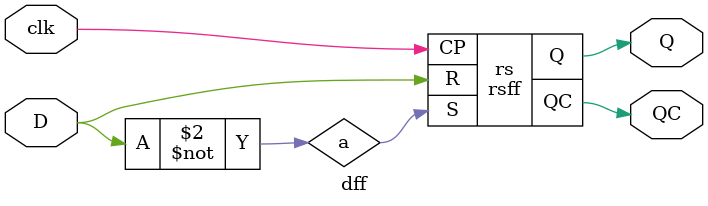
<source format=v>
`timescale 1ns / 1ps

 
module rsff(
input R,S,CP,
output Q,QC
    );
 //Front
     wire t1,t2;
     assign t1 = R & CP;
     assign t2 = S & CP;
     //Rear
     wire t3,t4;
     assign t3 = ~(t4|t1);
     assign t4 = ~(t3|t2);
     
     assign Q = t3;
     assign QC = t4;
endmodule

module dff(
input D,
input clk,
output Q,
output QC
    );
    reg a;
    initial begin
    a=~D;
    end  
    rsff rs(D,a,clk,Q,QC);
endmodule

</source>
